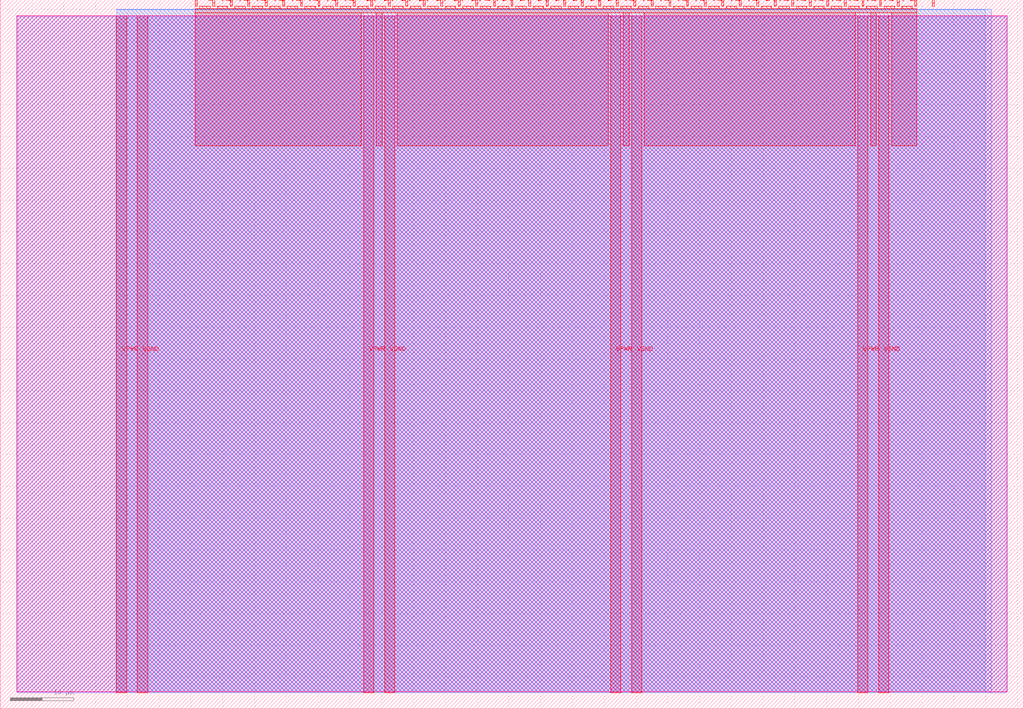
<source format=lef>
VERSION 5.7 ;
  NOWIREEXTENSIONATPIN ON ;
  DIVIDERCHAR "/" ;
  BUSBITCHARS "[]" ;
MACRO tt_um_Scimia_oscillator_tester
  CLASS BLOCK ;
  FOREIGN tt_um_Scimia_oscillator_tester ;
  ORIGIN 0.000 0.000 ;
  SIZE 161.000 BY 111.520 ;
  PIN VGND
    DIRECTION INOUT ;
    USE GROUND ;
    PORT
      LAYER met4 ;
        RECT 21.580 2.480 23.180 109.040 ;
    END
    PORT
      LAYER met4 ;
        RECT 60.450 2.480 62.050 109.040 ;
    END
    PORT
      LAYER met4 ;
        RECT 99.320 2.480 100.920 109.040 ;
    END
    PORT
      LAYER met4 ;
        RECT 138.190 2.480 139.790 109.040 ;
    END
  END VGND
  PIN VPWR
    DIRECTION INOUT ;
    USE POWER ;
    PORT
      LAYER met4 ;
        RECT 18.280 2.480 19.880 109.040 ;
    END
    PORT
      LAYER met4 ;
        RECT 57.150 2.480 58.750 109.040 ;
    END
    PORT
      LAYER met4 ;
        RECT 96.020 2.480 97.620 109.040 ;
    END
    PORT
      LAYER met4 ;
        RECT 134.890 2.480 136.490 109.040 ;
    END
  END VPWR
  PIN clk
    DIRECTION INPUT ;
    USE SIGNAL ;
    ANTENNAGATEAREA 0.852000 ;
    PORT
      LAYER met4 ;
        RECT 143.830 110.520 144.130 111.520 ;
    END
  END clk
  PIN ena
    DIRECTION INPUT ;
    USE SIGNAL ;
    PORT
      LAYER met4 ;
        RECT 146.590 110.520 146.890 111.520 ;
    END
  END ena
  PIN rst_n
    DIRECTION INPUT ;
    USE SIGNAL ;
    ANTENNAGATEAREA 0.126000 ;
    PORT
      LAYER met4 ;
        RECT 141.070 110.520 141.370 111.520 ;
    END
  END rst_n
  PIN ui_in[0]
    DIRECTION INPUT ;
    USE SIGNAL ;
    ANTENNAGATEAREA 0.196500 ;
    PORT
      LAYER met4 ;
        RECT 138.310 110.520 138.610 111.520 ;
    END
  END ui_in[0]
  PIN ui_in[1]
    DIRECTION INPUT ;
    USE SIGNAL ;
    PORT
      LAYER met4 ;
        RECT 135.550 110.520 135.850 111.520 ;
    END
  END ui_in[1]
  PIN ui_in[2]
    DIRECTION INPUT ;
    USE SIGNAL ;
    PORT
      LAYER met4 ;
        RECT 132.790 110.520 133.090 111.520 ;
    END
  END ui_in[2]
  PIN ui_in[3]
    DIRECTION INPUT ;
    USE SIGNAL ;
    PORT
      LAYER met4 ;
        RECT 130.030 110.520 130.330 111.520 ;
    END
  END ui_in[3]
  PIN ui_in[4]
    DIRECTION INPUT ;
    USE SIGNAL ;
    PORT
      LAYER met4 ;
        RECT 127.270 110.520 127.570 111.520 ;
    END
  END ui_in[4]
  PIN ui_in[5]
    DIRECTION INPUT ;
    USE SIGNAL ;
    PORT
      LAYER met4 ;
        RECT 124.510 110.520 124.810 111.520 ;
    END
  END ui_in[5]
  PIN ui_in[6]
    DIRECTION INPUT ;
    USE SIGNAL ;
    PORT
      LAYER met4 ;
        RECT 121.750 110.520 122.050 111.520 ;
    END
  END ui_in[6]
  PIN ui_in[7]
    DIRECTION INPUT ;
    USE SIGNAL ;
    PORT
      LAYER met4 ;
        RECT 118.990 110.520 119.290 111.520 ;
    END
  END ui_in[7]
  PIN uio_in[0]
    DIRECTION INPUT ;
    USE SIGNAL ;
    PORT
      LAYER met4 ;
        RECT 116.230 110.520 116.530 111.520 ;
    END
  END uio_in[0]
  PIN uio_in[1]
    DIRECTION INPUT ;
    USE SIGNAL ;
    PORT
      LAYER met4 ;
        RECT 113.470 110.520 113.770 111.520 ;
    END
  END uio_in[1]
  PIN uio_in[2]
    DIRECTION INPUT ;
    USE SIGNAL ;
    PORT
      LAYER met4 ;
        RECT 110.710 110.520 111.010 111.520 ;
    END
  END uio_in[2]
  PIN uio_in[3]
    DIRECTION INPUT ;
    USE SIGNAL ;
    PORT
      LAYER met4 ;
        RECT 107.950 110.520 108.250 111.520 ;
    END
  END uio_in[3]
  PIN uio_in[4]
    DIRECTION INPUT ;
    USE SIGNAL ;
    PORT
      LAYER met4 ;
        RECT 105.190 110.520 105.490 111.520 ;
    END
  END uio_in[4]
  PIN uio_in[5]
    DIRECTION INPUT ;
    USE SIGNAL ;
    PORT
      LAYER met4 ;
        RECT 102.430 110.520 102.730 111.520 ;
    END
  END uio_in[5]
  PIN uio_in[6]
    DIRECTION INPUT ;
    USE SIGNAL ;
    PORT
      LAYER met4 ;
        RECT 99.670 110.520 99.970 111.520 ;
    END
  END uio_in[6]
  PIN uio_in[7]
    DIRECTION INPUT ;
    USE SIGNAL ;
    PORT
      LAYER met4 ;
        RECT 96.910 110.520 97.210 111.520 ;
    END
  END uio_in[7]
  PIN uio_oe[0]
    DIRECTION OUTPUT ;
    USE SIGNAL ;
    PORT
      LAYER met4 ;
        RECT 49.990 110.520 50.290 111.520 ;
    END
  END uio_oe[0]
  PIN uio_oe[1]
    DIRECTION OUTPUT ;
    USE SIGNAL ;
    PORT
      LAYER met4 ;
        RECT 47.230 110.520 47.530 111.520 ;
    END
  END uio_oe[1]
  PIN uio_oe[2]
    DIRECTION OUTPUT ;
    USE SIGNAL ;
    PORT
      LAYER met4 ;
        RECT 44.470 110.520 44.770 111.520 ;
    END
  END uio_oe[2]
  PIN uio_oe[3]
    DIRECTION OUTPUT ;
    USE SIGNAL ;
    PORT
      LAYER met4 ;
        RECT 41.710 110.520 42.010 111.520 ;
    END
  END uio_oe[3]
  PIN uio_oe[4]
    DIRECTION OUTPUT ;
    USE SIGNAL ;
    PORT
      LAYER met4 ;
        RECT 38.950 110.520 39.250 111.520 ;
    END
  END uio_oe[4]
  PIN uio_oe[5]
    DIRECTION OUTPUT ;
    USE SIGNAL ;
    PORT
      LAYER met4 ;
        RECT 36.190 110.520 36.490 111.520 ;
    END
  END uio_oe[5]
  PIN uio_oe[6]
    DIRECTION OUTPUT ;
    USE SIGNAL ;
    PORT
      LAYER met4 ;
        RECT 33.430 110.520 33.730 111.520 ;
    END
  END uio_oe[6]
  PIN uio_oe[7]
    DIRECTION OUTPUT ;
    USE SIGNAL ;
    PORT
      LAYER met4 ;
        RECT 30.670 110.520 30.970 111.520 ;
    END
  END uio_oe[7]
  PIN uio_out[0]
    DIRECTION OUTPUT ;
    USE SIGNAL ;
    ANTENNADIFFAREA 0.445500 ;
    PORT
      LAYER met4 ;
        RECT 72.070 110.520 72.370 111.520 ;
    END
  END uio_out[0]
  PIN uio_out[1]
    DIRECTION OUTPUT ;
    USE SIGNAL ;
    PORT
      LAYER met4 ;
        RECT 69.310 110.520 69.610 111.520 ;
    END
  END uio_out[1]
  PIN uio_out[2]
    DIRECTION OUTPUT ;
    USE SIGNAL ;
    PORT
      LAYER met4 ;
        RECT 66.550 110.520 66.850 111.520 ;
    END
  END uio_out[2]
  PIN uio_out[3]
    DIRECTION OUTPUT ;
    USE SIGNAL ;
    PORT
      LAYER met4 ;
        RECT 63.790 110.520 64.090 111.520 ;
    END
  END uio_out[3]
  PIN uio_out[4]
    DIRECTION OUTPUT ;
    USE SIGNAL ;
    PORT
      LAYER met4 ;
        RECT 61.030 110.520 61.330 111.520 ;
    END
  END uio_out[4]
  PIN uio_out[5]
    DIRECTION OUTPUT ;
    USE SIGNAL ;
    PORT
      LAYER met4 ;
        RECT 58.270 110.520 58.570 111.520 ;
    END
  END uio_out[5]
  PIN uio_out[6]
    DIRECTION OUTPUT ;
    USE SIGNAL ;
    PORT
      LAYER met4 ;
        RECT 55.510 110.520 55.810 111.520 ;
    END
  END uio_out[6]
  PIN uio_out[7]
    DIRECTION OUTPUT ;
    USE SIGNAL ;
    PORT
      LAYER met4 ;
        RECT 52.750 110.520 53.050 111.520 ;
    END
  END uio_out[7]
  PIN uo_out[0]
    DIRECTION OUTPUT ;
    USE SIGNAL ;
    ANTENNADIFFAREA 0.445500 ;
    PORT
      LAYER met4 ;
        RECT 94.150 110.520 94.450 111.520 ;
    END
  END uo_out[0]
  PIN uo_out[1]
    DIRECTION OUTPUT ;
    USE SIGNAL ;
    ANTENNADIFFAREA 0.445500 ;
    PORT
      LAYER met4 ;
        RECT 91.390 110.520 91.690 111.520 ;
    END
  END uo_out[1]
  PIN uo_out[2]
    DIRECTION OUTPUT ;
    USE SIGNAL ;
    ANTENNADIFFAREA 0.445500 ;
    PORT
      LAYER met4 ;
        RECT 88.630 110.520 88.930 111.520 ;
    END
  END uo_out[2]
  PIN uo_out[3]
    DIRECTION OUTPUT ;
    USE SIGNAL ;
    ANTENNADIFFAREA 0.445500 ;
    PORT
      LAYER met4 ;
        RECT 85.870 110.520 86.170 111.520 ;
    END
  END uo_out[3]
  PIN uo_out[4]
    DIRECTION OUTPUT ;
    USE SIGNAL ;
    ANTENNADIFFAREA 0.445500 ;
    PORT
      LAYER met4 ;
        RECT 83.110 110.520 83.410 111.520 ;
    END
  END uo_out[4]
  PIN uo_out[5]
    DIRECTION OUTPUT ;
    USE SIGNAL ;
    ANTENNADIFFAREA 0.445500 ;
    PORT
      LAYER met4 ;
        RECT 80.350 110.520 80.650 111.520 ;
    END
  END uo_out[5]
  PIN uo_out[6]
    DIRECTION OUTPUT ;
    USE SIGNAL ;
    ANTENNADIFFAREA 0.445500 ;
    PORT
      LAYER met4 ;
        RECT 77.590 110.520 77.890 111.520 ;
    END
  END uo_out[6]
  PIN uo_out[7]
    DIRECTION OUTPUT ;
    USE SIGNAL ;
    ANTENNADIFFAREA 0.445500 ;
    PORT
      LAYER met4 ;
        RECT 74.830 110.520 75.130 111.520 ;
    END
  END uo_out[7]
  OBS
      LAYER nwell ;
        RECT 2.570 2.635 158.430 108.990 ;
      LAYER li1 ;
        RECT 2.760 2.635 158.240 108.885 ;
      LAYER met1 ;
        RECT 2.760 2.480 158.240 109.040 ;
      LAYER met2 ;
        RECT 18.310 2.535 155.840 110.005 ;
      LAYER met3 ;
        RECT 18.290 2.555 154.955 109.985 ;
      LAYER met4 ;
        RECT 31.370 110.120 33.030 110.520 ;
        RECT 34.130 110.120 35.790 110.520 ;
        RECT 36.890 110.120 38.550 110.520 ;
        RECT 39.650 110.120 41.310 110.520 ;
        RECT 42.410 110.120 44.070 110.520 ;
        RECT 45.170 110.120 46.830 110.520 ;
        RECT 47.930 110.120 49.590 110.520 ;
        RECT 50.690 110.120 52.350 110.520 ;
        RECT 53.450 110.120 55.110 110.520 ;
        RECT 56.210 110.120 57.870 110.520 ;
        RECT 58.970 110.120 60.630 110.520 ;
        RECT 61.730 110.120 63.390 110.520 ;
        RECT 64.490 110.120 66.150 110.520 ;
        RECT 67.250 110.120 68.910 110.520 ;
        RECT 70.010 110.120 71.670 110.520 ;
        RECT 72.770 110.120 74.430 110.520 ;
        RECT 75.530 110.120 77.190 110.520 ;
        RECT 78.290 110.120 79.950 110.520 ;
        RECT 81.050 110.120 82.710 110.520 ;
        RECT 83.810 110.120 85.470 110.520 ;
        RECT 86.570 110.120 88.230 110.520 ;
        RECT 89.330 110.120 90.990 110.520 ;
        RECT 92.090 110.120 93.750 110.520 ;
        RECT 94.850 110.120 96.510 110.520 ;
        RECT 97.610 110.120 99.270 110.520 ;
        RECT 100.370 110.120 102.030 110.520 ;
        RECT 103.130 110.120 104.790 110.520 ;
        RECT 105.890 110.120 107.550 110.520 ;
        RECT 108.650 110.120 110.310 110.520 ;
        RECT 111.410 110.120 113.070 110.520 ;
        RECT 114.170 110.120 115.830 110.520 ;
        RECT 116.930 110.120 118.590 110.520 ;
        RECT 119.690 110.120 121.350 110.520 ;
        RECT 122.450 110.120 124.110 110.520 ;
        RECT 125.210 110.120 126.870 110.520 ;
        RECT 127.970 110.120 129.630 110.520 ;
        RECT 130.730 110.120 132.390 110.520 ;
        RECT 133.490 110.120 135.150 110.520 ;
        RECT 136.250 110.120 137.910 110.520 ;
        RECT 139.010 110.120 140.670 110.520 ;
        RECT 141.770 110.120 143.430 110.520 ;
        RECT 30.655 109.440 144.145 110.120 ;
        RECT 30.655 88.575 56.750 109.440 ;
        RECT 59.150 88.575 60.050 109.440 ;
        RECT 62.450 88.575 95.620 109.440 ;
        RECT 98.020 88.575 98.920 109.440 ;
        RECT 101.320 88.575 134.490 109.440 ;
        RECT 136.890 88.575 137.790 109.440 ;
        RECT 140.190 88.575 144.145 109.440 ;
  END
END tt_um_Scimia_oscillator_tester
END LIBRARY


</source>
